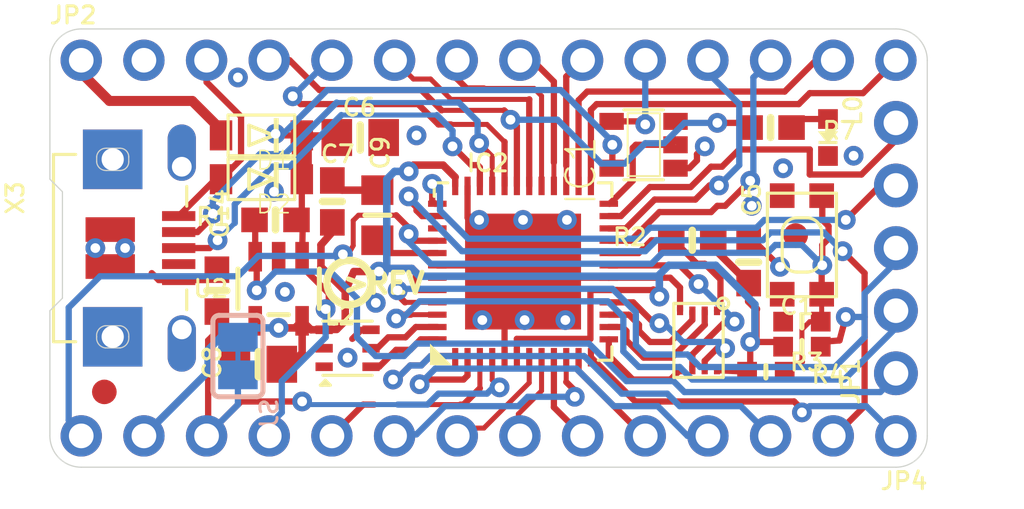
<source format=kicad_pcb>
(kicad_pcb (version 20211014) (generator pcbnew)
  (layers (0 "F.Cu" signal) (1 "In1.Cu" signal) (2 "In2.Cu" signal) (31 "B.Cu" signal) (34 "B.Paste" user) (35 "F.Paste" user) (36 "B.SilkS" user "B.Silkscreen") (37 "F.SilkS" user "F.Silkscreen") (38 "B.Mask" user) (39 "F.Mask" user) (44 "Edge.Cuts" user))
  (net 0 "")
  (net 1 "GND")
  (net 2 "MOSI")
  (net 3 "MISO")
  (net 4 "SCK")
  (net 5 "A5")
  (net 6 "A4")
  (net 7 "A3")
  (net 8 "A2")
  (net 9 "A1")
  (net 10 "D11")
  (net 11 "D12")
  (net 12 "+3V3")
  (net 13 "VBUS")
  (net 14 "VBAT")
  (net 15 "N$2")
  (net 16 "AREF")
  (net 17 "D13")
  (net 18 "A0")
  (net 19 "SCL")
  (net 20 "SDA")
  (net 21 "D9")
  (net 22 "D7")
  (net 23 "D5")
  (net 24 "D4")
  (net 25 "TX_D1")
  (net 26 "RX_D0")
  (net 27 "D10")
  (net 28 "D+")
  (net 29 "D-")
  (net 30 "~{RESET}")
  (net 31 "SWCLK")
  (net 32 "SWDIO")
  (net 33 "EN")
  (net 34 "D3")
  (net 35 "D2")
  (net 36 "VHI")
  (net 37 "D5_5V")
  (net 38 "VSW")
  (net 39 "DOTSTAR_DATA")
  (net 40 "DOTSTAR_CLK")
  (net 41 "VDDCORE")
  (net 42 "QSPI_DATA[0]")
  (net 43 "QSPI_DATA[1]")
  (net 44 "QSPI_SCK")
  (net 45 "QSPI_CS")
  (net 46 "QSPI_DATA[2]")
  (net 47 "QSPI_DATA[3]")
  (footprint "boardEagle:1X14_ROUND70" (layer "F.Cu") (at 148.5011 112.6236 180)
    (fp_text reference "JP4")
    (fp_text value "")
  )
  (footprint "boardEagle:0603-NO" (layer "F.Cu") (at 159.0421 105.5751 90)
    (fp_text reference "C5")
    (fp_text value "1uF")
  )
  (footprint "boardEagle:0603-NO" (layer "F.Cu") (at 159.9311 100.1141)
    (fp_text reference "R7")
    (fp_text value "2.2K")
  )
  (footprint "boardEagle:0603-NO" (layer "F.Cu") (at 139.8651 103.8606 180)
    (fp_text reference "R1")
    (fp_text value "100k")
  )
  (footprint "boardEagle:_0603MP" (layer "F.Cu") (at 161.2011 107.9881)
    (fp_text reference "C1")
    (fp_text value "1uF")
  )
  (footprint "boardEagle:ITSYM4_TOP" (layer "F.Cu") (at 130.7211 113.8936)
    (fp_text reference "U$4" hide)
    (fp_text value "" hide)
  )
  (footprint "boardEagle:SOD-123FL" (layer "F.Cu") (at 139.2936 102.2096 180)
    (fp_text reference "D2")
    (fp_text value "MBR120")
  )
  (footprint "boardEagle:0603-NO" (layer "F.Cu") (at 142.1681 103.1111 90)
    (fp_text reference "C7")
    (fp_text value "1uF")
  )
  (footprint "boardEagle:SOT23-5" (layer "F.Cu") (at 139.9921 106.6546 180)
    (fp_text reference "U2")
    (fp_text value "AP2112K-3.3")
  )
  (footprint "boardEagle:0805-NO" (layer "F.Cu") (at 139.1701 109.7176 180)
    (fp_text reference "C8")
    (fp_text value "10µF")
  )
  (footprint "boardEagle:_0603MP" (layer "F.Cu") (at 161.2011 109.0041 180)
    (fp_text reference "R3")
    (fp_text value "2.2K")
  )
  (footprint "boardEagle:PCBFEAT-REV-040" (layer "F.Cu") (at 142.8496 106.4006)
    (fp_text reference "U$6" hide)
    (fp_text value "" hide)
  )
  (footprint "boardEagle:FIDUCIAL_1MM" (layer "F.Cu") (at 160.9471 104.4956 -90)
    (fp_text reference "U$34" hide)
    (fp_text value "FIDUCIAL_1MM" hide)
  )
  (footprint "boardEagle:1X14_ROUND70" (layer "F.Cu") (at 148.5011 97.3836)
    (fp_text reference "JP2")
    (fp_text value "")
  )
  (footprint "boardEagle:TQFN48_7MM" (layer "F.Cu") (at 149.8981 105.9561)
    (fp_text reference "IC2")
    (fp_text value "ATSAMD51G_TQFN48")
  )
  (footprint "boardEagle:1X05_ROUND_70" (layer "F.Cu") (at 165.0111 105.0036 90)
    (fp_text reference "JP1")
    (fp_text value "")
  )
  (footprint "boardEagle:_0603MP" (layer "F.Cu") (at 159.7406 110.0201)
    (fp_text reference "R4")
    (fp_text value "10K")
  )
  (footprint "boardEagle:_0805MP" (layer "F.Cu") (at 143.9926 103.6701 90)
    (fp_text reference "C9")
    (fp_text value "10uF")
  )
  (footprint "boardEagle:CHIPLED_0603_NOOUTLINE" (layer "F.Cu") (at 162.2571 100.5171 180)
    (fp_text reference "L0")
    (fp_text value "RED")
  )
  (footprint "boardEagle:0603-NO" (layer "F.Cu") (at 156.7561 104.6861 180)
    (fp_text reference "R2")
    (fp_text value "100k")
  )
  (footprint "boardEagle:FIDUCIAL_1MM" (layer "F.Cu") (at 132.9273 110.8386 -90)
    (fp_text reference "U$35" hide)
    (fp_text value "FIDUCIAL_1MM" hide)
  )
  (footprint "boardEagle:SOD-123FL" (layer "F.Cu") (at 139.2936 100.4316 180)
    (fp_text reference "D1")
    (fp_text value "MBR120")
  )
  (footprint "boardEagle:APA102_2020" (layer "F.Cu") (at 142.7861 109.0676)
    (fp_text reference "L2")
    (fp_text value "AP102-2020")
  )
  (footprint "boardEagle:0805-NO" (layer "F.Cu") (at 143.2991 100.5186)
    (fp_text reference "C6")
    (fp_text value "10µF")
  )
  (footprint "boardEagle:4UCONN_20329_V2" (layer "F.Cu") (at 135.1661 105.0036 -90)
    (fp_text reference "X3")
    (fp_text value "microUSB")
    (fp_line (start 4.05 1.6) (end 4.05 2.2) (layer "Edge.Cuts") (width 0.05))
    (fp_line (start -3.7 1.25) (end -3.5 1.25) (layer "Edge.Cuts") (width 0.05))
    (fp_line (start -3.15 1.6) (end -3.15 2.15) (layer "Edge.Cuts") (width 0.05))
    (fp_line (start -3.5 2.55) (end -3.7 2.55) (layer "Edge.Cuts") (width 0.05))
    (fp_line (start -4.05 2.15) (end -4.05 1.6) (layer "Edge.Cuts") (width 0.05))
    (fp_line (start 3.15 2.2) (end 3.15 1.6) (layer "Edge.Cuts") (width 0.05))
    (fp_arc (start -4.05 1.6) (mid -3.947487 1.352513) (end -3.7 1.25) (layer "Edge.Cuts") (width 0.05))
    (fp_arc (start 3.6 2.55) (mid 3.302513 2.468198) (end 3.15 2.2) (layer "Edge.Cuts") (width 0.05))
    (fp_arc (start 3.6 1.25) (mid 3.897487 1.331802) (end 4.05 1.6) (layer "Edge.Cuts") (width 0.05))
    (fp_arc (start -3.5 1.25) (mid -3.252513 1.352513) (end -3.15 1.6) (layer "Edge.Cuts") (width 0.05))
    (fp_arc (start -3.7 2.55) (mid -3.957843 2.422487) (end -4.05 2.15) (layer "Edge.Cuts") (width 0.05))
    (fp_arc (start 4.05 2.2) (mid 3.897487 2.468198) (end 3.6 2.55) (layer "Edge.Cuts") (width 0.05))
    (fp_arc (start 3.15 1.6) (mid 3.302513 1.331802) (end 3.6 1.25) (layer "Edge.Cuts") (width 0.05))
    (fp_arc (start -3.15 2.15) (mid -3.242157 2.422487) (end -3.5 2.55) (layer "Edge.Cuts") (width 0.05))
  )
  (footprint "boardEagle:0603-NO" (layer "F.Cu") (at 137.489006 106.7308 90)
    (fp_text reference "C14")
    (fp_text value "1uF")
  )
  (footprint "boardEagle:SOT23-5" (layer "F.Cu") (at 154.7876 100.8126 90)
    (fp_text reference "IC1")
    (fp_text value "74HCT1G125DBV")
  )
  (footprint "boardEagle:KMR2" (layer "F.Cu") (at 161.2011 104.8766 -90)
    (fp_text reference "SW1" hide)
    (fp_text value "SPST_TACT-KMR2" hide)
  )
  (footprint "boardEagle:USON8" (layer "F.Cu") (at 157.0101 108.7501 -90)
    (fp_text reference "U1" hide)
    (fp_text value "GD25x16" hide)
  )
  (footprint "boardEagle:SOLDERJUMPER_CLOSEDWIRE" (layer "B.Cu") (at 138.3411 109.3851 90)
    (fp_text reference "SJ1")
    (fp_text value "")
  )
  (footprint "boardEagle:ITSYM4_BOT" (layer "B.Cu") (at 166.2811 113.8936 180)
    (fp_text reference "U$5" hide)
    (fp_text value "" hide)
  )
  (gr_line (start 131.2291 102.7176) (end 131.2291 107.0356) (layer "Edge.Cuts") (width 0.05))
  (gr_line (start 130.7211 107.5436) (end 130.7211 112.6236) (layer "Edge.Cuts") (width 0.05))
  (gr_arc (start 166.2811 112.6236) (mid 165.909126 113.521626) (end 165.0111 113.8936) (layer "Edge.Cuts") (width 0.05))
  (gr_line (start 130.7211 97.3836) (end 130.7211 102.2096) (layer "Edge.Cuts") (width 0.05))
  (gr_line (start 130.7211 102.2096) (end 131.2291 102.7176) (layer "Edge.Cuts") (width 0.05))
  (gr_arc (start 131.9911 113.8936) (mid 131.093074 113.521626) (end 130.7211 112.6236) (layer "Edge.Cuts") (width 0.05))
  (gr_arc (start 165.0111 96.1136) (mid 165.909126 96.485574) (end 166.2811 97.3836) (layer "Edge.Cuts") (width 0.05))
  (gr_line (start 131.2291 107.0356) (end 130.7211 107.5436) (layer "Edge.Cuts") (width 0.05))
  (gr_line (start 166.2811 112.6236) (end 166.2811 97.3836) (layer "Edge.Cuts") (width 0.05))
  (gr_line (start 131.9911 113.8936) (end 165.0111 113.8936) (layer "Edge.Cuts") (width 0.05))
  (gr_line (start 165.0111 96.1136) (end 131.9911 96.1136) (layer "Edge.Cuts") (width 0.05))
  (gr_arc (start 130.7211 97.3836) (mid 131.093074 96.485574) (end 131.9911 96.1136) (layer "Edge.Cuts") (width 0.05))
  (segment (start 142.5611 102.6541) (end 143.9926 102.6541) (width 0.3048) (layer "F.Cu") (net 1))
  (segment (start 151.4261 106.2061) (end 150.1481 106.2061) (width 0.254) (layer "F.Cu") (net 1))
  (segment (start 148.1796 105.7061) (end 149.6481 105.7061) (width 0.254) (layer "F.Cu") (net 1))
  (segment (start 156.0776 101.7626) (end 156.6316 101.7626) (width 0.254) (layer "F.Cu") (net 1))
  (segment (start 153.3731 106.2061) (end 151.4261 106.2061) (width 0.254) (layer "F.Cu") (net 1))
  (segment (start 156.6316 101.7626) (end 156.9466 101.4476) (width 0.254) (layer "F.Cu") (net 1))
  (segment (start 149.1481 107.6826) (end 149.1361 107.6706) (width 0.254) (layer "F.Cu") (net 1))
  (segment (start 156.2601 106.6031) (end 156.2601 107.5501) (width 0.254) (layer "F.Cu") (net 1))
  (segment (start 143.7361 108.3176) (end 143.3456 108.3176) (width 0.254) (layer "F.Cu") (net 1))
  (segment (start 150.1481 106.2061) (end 149.8981 105.9561) (width 0.254) (layer "F.Cu") (net 1))
  (segment (start 142.1681 102.2611) (end 142.5611 102.6541) (width 0.3048) (layer "F.Cu") (net 1))
  (segment (start 149.1481 106.7061) (end 149.8981 105.9561) (width 0.254) (layer "F.Cu") (net 1))
  (segment (start 153.3731 106.2061) (end 155.8631 106.2061) (width 0.254) (layer "F.Cu") (net 1))
  (segment (start 149.1481 107.6826) (end 149.1481 106.7061) (width 0.254) (layer "F.Cu") (net 1))
  (segment (start 148.0566 104.1146) (end 149.8981 105.9561) (width 0.254) (layer "F.Cu") (net 1))
  (segment (start 156.9466 101.1936) (end 157.2641 100.8761) (width 0.254) (layer "F.Cu") (net 1))
  (segment (start 147.6481 102.4811) (end 147.6481 103.7696) (width 0.254) (layer "F.Cu") (net 1))
  (segment (start 148.1796 105.7061) (end 148.1836 105.7021) (width 0.254) (layer "F.Cu") (net 1))
  (segment (start 155.8631 106.2061) (end 156.2601 106.6031) (width 0.254) (layer "F.Cu") (net 1))
  (segment (start 147.6481 103.7696) (end 147.9931 104.1146) (width 0.254) (layer "F.Cu") (net 1))
  (segment (start 137.066206 106.3036) (end 137.489006 105.8808) (width 0.254) (layer "F.Cu") (net 1))
  (segment (start 146.4231 105.7061) (end 148.1796 105.7061) (width 0.254) (layer "F.Cu") (net 1))
  (segment (start 135.9411 106.3036) (end 137.066206 106.3036) (width 0.254) (layer "F.Cu") (net 1))
  (segment (start 147.9931 104.1146) (end 148.0566 104.1146) (width 0.254) (layer "F.Cu") (net 1))
  (segment (start 143.3456 108.3176) (end 142.9766 108.6866) (width 0.254) (layer "F.Cu") (net 1))
  (segment (start 156.9466 101.4476) (end 156.9466 101.1936) (width 0.254) (layer "F.Cu") (net 1))
  (segment (start 149.1481 109.4311) (end 149.1481 107.6826) (width 0.254) (layer "F.Cu") (net 1))
  (segment (start 159.2716 104.7251) (end 160.0581 105.5116) (width 0.254) (layer "F.Cu") (net 1))
  (segment (start 135.1326 106.3036) (end 134.8486 106.0196) (width 0.254) (layer "F.Cu") (net 1))
  (segment (start 151.4261 106.2061) (end 151.4221 106.2101) (width 0.254) (layer "F.Cu") (net 1))
  (segment (start 135.9411 106.3036) (end 135.1326 106.3036) (width 0.254) (layer "F.Cu") (net 1))
  (segment (start 159.0421 104.7251) (end 159.2716 104.7251) (width 0.254) (layer "F.Cu") (net 1))
  (segment (start 149.6481 105.7061) (end 149.8981 105.9561) (width 0.254) (layer "F.Cu") (net 1))
  (via (at 140.2461 106.7816) (size 0.8001) (drill 0.3937) (layers "F.Cu" "B.Cu") (net 1))
  (via (at 143.9291 107.2261) (size 0.8001) (drill 0.3937) (layers "F.Cu" "B.Cu") (net 1))
  (via (at 148.2471 107.9246) (size 0.8001) (drill 0.3937) (layers "F.Cu" "B.Cu") (net 1))
  (via (at 149.9616 107.9246) (size 0.8001) (drill 0.3937) (layers "F.Cu" "B.Cu") (net 1))
  (via (at 138.3411 98.0821) (size 0.8001) (drill 0.3937) (layers "F.Cu" "B.Cu") (net 1))
  (via (at 133.7691 105.0036) (size 0.8001) (drill 0.3937) (layers "F.Cu" "B.Cu") (net 1))
  (via (at 139.8016 102.7176) (size 0.8001) (drill 0.3937) (layers "F.Cu" "B.Cu") (net 1))
  (via (at 151.6761 103.8606) (size 0.8001) (drill 0.3937) (layers "F.Cu" "B.Cu") (net 1))
  (via (at 142.7861 109.4486) (size 0.8001) (drill 0.3937) (layers "F.Cu" "B.Cu") (net 1))
  (via (at 160.3121 105.7656) (size 0.8001) (drill 0.3937) (layers "F.Cu" "B.Cu") (net 1))
  (via (at 145.5801 100.4316) (size 0.8001) (drill 0.3937) (layers "F.Cu" "B.Cu") (net 1))
  (via (at 157.2641 100.8761) (size 0.8001) (drill 0.3937) (layers "F.Cu" "B.Cu") (net 1))
  (via (at 163.2966 101.2571) (size 0.8001) (drill 0.3937) (layers "F.Cu" "B.Cu") (net 1))
  (via (at 132.5626 105.0036) (size 0.8001) (drill 0.3937) (layers "F.Cu" "B.Cu") (net 1))
  (via (at 160.4391 101.7651) (size 0.8001) (drill 0.3937) (layers "F.Cu" "B.Cu") (net 1))
  (via (at 151.6126 107.9246) (size 0.8001) (drill 0.3937) (layers "F.Cu" "B.Cu") (net 1))
  (via (at 149.8981 103.8606) (size 0.8001) (drill 0.3937) (layers "F.Cu" "B.Cu") (net 1))
  (via (at 148.1201 103.8606) (size 0.8001) (drill 0.3937) (layers "F.Cu" "B.Cu") (net 1))
  (via (at 159.1691 103.2891) (size 0.8001) (drill 0.3937) (layers "F.Cu" "B.Cu") (net 1))
  (segment (start 146.1516 109.3851) (end 147.1021 109.3851) (width 0.254) (layer "F.Cu") (net 2))
  (segment (start 144.6276 110.3376) (end 144.7546 110.3376) (width 0.254) (layer "F.Cu") (net 2))
  (segment (start 145.3261 109.7661) (end 145.7706 109.7661) (width 0.254) (layer "F.Cu") (net 2))
  (segment (start 144.7546 110.3376) (end 145.3261 109.7661) (width 0.254) (layer "F.Cu") (net 2))
  (segment (start 147.1021 109.3851) (end 147.1481 109.4311) (width 0.254) (layer "F.Cu") (net 2))
  (segment (start 145.7706 109.7661) (end 146.1516 109.3851) (width 0.254) (layer "F.Cu") (net 2))
  (via (at 144.6276 110.3376) (size 0.8001) (drill 0.3937) (layers "F.Cu" "B.Cu") (net 2))
  (segment (start 152.3746 109.3851) (end 153.8986 110.9091) (width 0.254) (layer "B.Cu") (net 2))
  (segment (start 145.7706 109.7661) (end 146.1516 109.3851) (width 0.254) (layer "B.Cu") (net 2))
  (segment (start 153.8986 110.9091) (end 155.7401 110.9091) (width 0.254) (layer "B.Cu") (net 2))
  (segment (start 144.7546 110.3376) (end 145.3261 109.7661) (width 0.254) (layer "B.Cu") (net 2))
  (segment (start 145.3261 109.7661) (end 145.7706 109.7661) (width 0.254) (layer "B.Cu") (net 2))
  (segment (start 158.7246 111.4171) (end 159.9311 112.6236) (width 0.254) (layer "B.Cu") (net 2))
  (segment (start 144.6276 110.3376) (end 144.7546 110.3376) (width 0.254) (layer "B.Cu") (net 2))
  (segment (start 146.1516 109.3851) (end 152.3746 109.3851) (width 0.254) (layer "B.Cu") (net 2))
  (segment (start 155.7401 110.9091) (end 156.2481 111.4171) (width 0.254) (layer "B.Cu") (net 2))
  (segment (start 156.2481 111.4171) (end 158.7246 111.4171) (width 0.254) (layer "B.Cu") (net 2))
  (segment (start 163.7411 106.0196) (end 163.7411 111.4171) (width 0.254) (layer "F.Cu") (net 3))
  (segment (start 145.5801 103.3526) (end 145.1991 102.9716) (width 0.254) (layer "F.Cu") (net 3))
  (segment (start 145.1991 102.9716) (end 145.2626 102.9081) (width 0.254) (layer "F.Cu") (net 3))
  (segment (start 162.5346 112.6236) (end 162.4711 112.6236) (width 0.254) (layer "F.Cu") (net 3))
  (segment (start 145.5801 103.4796) (end 145.5801 103.3526) (width 0.254) (layer "F.Cu") (net 3))
  (segment (start 162.8521 105.1306) (end 163.7411 106.0196) (width 0.254) (layer "F.Cu") (net 3))
  (segment (start 145.8066 103.7061) (end 145.5801 103.4796) (width 0.254) (layer "F.Cu") (net 3))
  (segment (start 163.7411 111.4171) (end 162.5346 112.6236) (width 0.254) (layer "F.Cu") (net 3))
  (segment (start 146.4231 103.7061) (end 145.8066 103.7061) (width 0.254) (layer "F.Cu") (net 3))
  (via (at 145.2626 102.9081) (size 0.8001) (drill 0.3937) (layers "F.Cu" "B.Cu") (net 3))
  (via (at 162.8521 105.1306) (size 0.8001) (drill 0.3937) (layers "F.Cu" "B.Cu") (net 3))
  (segment (start 155.2956 104.6861) (end 159.6136 104.6861) (width 0.254) (layer "B.Cu") (net 3))
  (segment (start 147.4216 105.1306) (end 154.8511 105.1306) (width 0.254) (layer "B.Cu") (net 3))
  (segment (start 159.6136 104.6861) (end 159.9311 104.3686) (width 0.254) (layer "B.Cu") (net 3))
  (segment (start 145.2626 102.9081) (end 147.4216 105.1306) (width 0.254) (layer "B.Cu") (net 3))
  (segment (start 154.8511 105.1306) (end 155.2956 104.6861) (width 0.254) (layer "B.Cu") (net 3))
  (segment (start 162.0901 104.3686) (end 162.8521 105.1306) (width 0.254) (layer "B.Cu") (net 3))
  (segment (start 159.9311 104.3686) (end 162.0901 104.3686) (width 0.254) (layer "B.Cu") (net 3))
  (segment (start 147.6481 109.4311) (end 147.6481 110.1746) (width 0.254) (layer "F.Cu") (net 4))
  (segment (start 145.8976 110.3376) (end 145.7071 110.5281) (width 0.254) (layer "F.Cu") (net 4))
  (segment (start 147.4851 110.3376) (end 145.8976 110.3376) (width 0.254) (layer "F.Cu") (net 4))
  (segment (start 147.6481 110.1746) (end 147.4851 110.3376) (width 0.254) (layer "F.Cu") (net 4))
  (via (at 145.7071 110.5281) (size 0.8001) (drill 0.3937) (layers "F.Cu" "B.Cu") (net 4))
  (segment (start 153.5811 111.4171) (end 155.3591 111.4171) (width 0.254) (layer "B.Cu") (net 4))
  (segment (start 146.3421 109.8931) (end 152.0571 109.8931) (width 0.254) (layer "B.Cu") (net 4))
  (segment (start 156.5656 112.6236) (end 157.3911 112.6236) (width 0.254) (layer "B.Cu") (net 4))
  (segment (start 155.3591 111.4171) (end 156.5656 112.6236) (width 0.254) (layer "B.Cu") (net 4))
  (segment (start 152.0571 109.8931) (end 153.5811 111.4171) (width 0.254) (layer "B.Cu") (net 4))
  (segment (start 145.7071 110.5281) (end 146.3421 109.8931) (width 0.254) (layer "B.Cu") (net 4))
  (segment (start 152.1481 109.9841) (end 154.7876 112.6236) (width 0.254) (layer "F.Cu") (net 5))
  (segment (start 154.7876 112.6236) (end 154.8511 112.6236) (width 0.254) (layer "F.Cu") (net 5))
  (segment (start 152.1481 109.4311) (end 152.1481 109.9841) (width 0.254) (layer "F.Cu") (net 5))
  (segment (start 151.1481 109.4311) (end 151.1481 111.4606) (width 0.254) (layer "F.Cu") (net 6))
  (segment (start 151.1481 111.4606) (end 152.3111 112.6236) (width 0.254) (layer "F.Cu") (net 6))
  (segment (start 150.6481 110.7941) (end 149.7076 111.7346) (width 0.2032) (layer "F.Cu") (net 7))
  (segment (start 150.6481 109.4311) (end 150.6481 110.7941) (width 0.2032) (layer "F.Cu") (net 7))
  (segment (start 149.7076 112.5601) (end 149.7711 112.6236) (width 0.2032) (layer "F.Cu") (net 7))
  (segment (start 149.7076 111.7346) (end 149.7076 112.5601) (width 0.2032) (layer "F.Cu") (net 7))
  (segment (start 147.5486 112.3061) (end 147.2311 112.6236) (width 0.2032) (layer "F.Cu") (net 8))
  (segment (start 150.1481 110.4686) (end 148.3106 112.3061) (width 0.2032) (layer "F.Cu") (net 8))
  (segment (start 150.1481 109.4311) (end 150.1481 110.4686) (width 0.2032) (layer "F.Cu") (net 8))
  (segment (start 148.3106 112.3061) (end 147.5486 112.3061) (width 0.2032) (layer "F.Cu") (net 8))
  (segment (start 151.6481 110.4366) (end 151.9936 110.7821) (width 0.254) (layer "F.Cu") (net 9))
  (segment (start 151.9936 110.7821) (end 151.9936 111.0361) (width 0.254) (layer "F.Cu") (net 9))
  (segment (start 151.6481 109.4311) (end 151.6481 110.4366) (width 0.2032) (layer "F.Cu") (net 9))
  (via (at 151.9936 111.0361) (size 0.8001) (drill 0.3937) (layers "F.Cu" "B.Cu") (net 9))
  (segment (start 149.7076 111.4171) (end 146.7231 111.4171) (width 0.254) (layer "B.Cu") (net 9))
  (segment (start 145.5801 112.5601) (end 144.7546 112.5601) (width 0.254) (layer "B.Cu") (net 9))
  (segment (start 144.7546 112.5601) (end 144.6911 112.6236) (width 0.254) (layer "B.Cu") (net 9))
  (segment (start 146.7231 111.4171) (end 145.5801 112.5601) (width 0.254) (layer "B.Cu") (net 9))
  (segment (start 150.0886 111.0361) (end 151.9936 111.0361) (width 0.254) (layer "B.Cu") (net 9))
  (segment (start 149.7076 111.4171) (end 150.0886 111.0361) (width 0.254) (layer "B.Cu") (net 9))
  (segment (start 146.9771 98.9711) (end 146.1516 98.1456) (width 0.2032) (layer "F.Cu") (net 10))
  (segment (start 150.1481 102.4811) (end 150.1481 98.9711) (width 0.254) (layer "F.Cu") (net 10))
  (segment (start 150.1481 98.9711) (end 150.1521 98.9711) (width 0.254) (layer "F.Cu") (net 10))
  (segment (start 150.1521 98.9711) (end 146.9771 98.9711) (width 0.2032) (layer "F.Cu") (net 10))
  (segment (start 146.1516 98.1456) (end 145.4531 98.1456) (width 0.2032) (layer "F.Cu") (net 10))
  (segment (start 145.4531 98.1456) (end 144.6911 97.3836) (width 0.2032) (layer "F.Cu") (net 10))
  (segment (start 148.4376 99.9871) (end 146.9771 99.9871) (width 0.2032) (layer "F.Cu") (net 11))
  (segment (start 149.1401 100.6896) (end 149.1481 100.6976) (width 0.254) (layer "F.Cu") (net 11))
  (segment (start 145.6436 99.1616) (end 140.8811 99.1616) (width 0.254) (layer "F.Cu") (net 11))
  (segment (start 146.4691 99.9871) (end 145.6436 99.1616) (width 0.254) (layer "F.Cu") (net 11))
  (segment (start 149.1481 100.6976) (end 149.1481 102.4811) (width 0.254) (layer "F.Cu") (net 11))
  (segment (start 140.8811 99.1616) (end 140.5636 98.8441) (width 0.254) (layer "F.Cu") (net 11))
  (segment (start 149.1401 100.6896) (end 148.4376 99.9871) (width 0.2032) (layer "F.Cu") (net 11))
  (segment (start 146.9771 99.9871) (end 146.4691 99.9871) (width 0.254) (layer "F.Cu") (net 11))
  (via (at 140.5636 98.8441) (size 0.8001) (drill 0.3937) (layers "F.Cu" "B.Cu") (net 11))
  (segment (start 140.5636 98.8441) (end 142.0241 97.3836) (width 0.254) (layer "B.Cu") (net 11))
  (segment (start 142.0241 97.3836) (end 142.1511 97.3836) (width 0.254) (layer "B.Cu") (net 11))
  (segment (start 157.7601 109.9501) (end 157.7666 109.9566) (width 0.254) (layer "F.Cu") (net 12))
  (segment (start 141.7066 105.7656) (end 141.7066 104.8766) (width 0.3048) (layer "F.Cu") (net 12))
  (segment (start 142.6911 106.7501) (end 141.7066 105.7656) (width 0.3048) (layer "F.Cu") (net 12))
  (segment (start 159.3596 108.8136) (end 159.1056 108.8136) (width 0.254) (layer "F.Cu") (net 12))
  (segment (start 142.6911 106.7501) (end 143.0406 105.9561) (width 0.3048) (layer "F.Cu") (net 12))
  (segment (start 145.5801 106.0196) (end 145.3896 105.8291) (width 0.3048) (layer "F.Cu") (net 12))
  (segment (start 143.0406 105.9561) (end 144.0561 105.9561) (width 0.3048) (layer "F.Cu") (net 12))
  (segment (start 142.1681 104.3516) (end 142.1681 103.9611) (width 0.3048) (layer "F.Cu") (net 12))
  (segment (start 141.8481 108.3056) (end 141.8361 108.3176) (width 0.254) (layer "F.Cu") (net 12))
  (segment (start 140.4851 109.7176) (end 140.9446 109.2581) (width 0.3048) (layer "F.Cu") (net 12))
  (segment (start 144.1831 105.8291) (end 144.0561 105.9561) (width 0.3048) (layer "F.Cu") (net 12))
  (segment (start 141.8361 108.3176) (end 141.305 108.3176) (width 0.3048) (layer "F.Cu") (net 12))
  (segment (start 157.6061 104.6861) (end 157.6696 105.0526) (width 0.3048) (layer "F.Cu") (net 12))
  (segment (start 159.1056 109.7906) (end 159.1056 108.8136) (width 0.254) (layer "F.Cu") (net 12))
  (segment (start 155.4226 106.9481) (end 155.4226 106.9721) (width 0.254) (layer "F.Cu") (net 12))
  (segment (start 146.4231 106.7061) (end 145.6316 106.7061) (width 0.254) (layer "F.Cu") (net 12))
  (segment (start 140.9446 107.9572) (end 140.9421 107.9547) (width 0.254) (layer "F.Cu") (net 12))
  (segment (start 158.9786 110.0201) (end 159.1056 109.7906) (width 0.254) (layer "F.Cu") (net 12))
  (segment (start 159.3596 107.4801) (end 159.3596 108.8136) (width 0.254) (layer "F.Cu") (net 12))
  (segment (start 140.9446 109.2581) (end 140.9446 107.9572) (width 0.3048) (layer "F.Cu") (net 12))
  (segment (start 140.912 107.9246) (end 140.9421 107.9547) (width 0.254) (layer "F.Cu") (net 12))
  (segment (start 155.1806 106.7061) (end 155.4226 106.9481) (width 0.3048) (layer "F.Cu") (net 12))
  (segment (start 141.305 108.3176) (end 140.9421 107.9547) (width 0.3048) (layer "F.Cu") (net 12))
  (segment (start 149.6481 108.6866) (end 152.6286 108.6866) (width 0.254) (layer "F.Cu") (net 12))
  (segment (start 141.7066 104.8766) (end 142.1681 104.3516) (width 0.3048) (layer "F.Cu") (net 12))
  (segment (start 139.9921 108.2421) (end 140.6547 108.2421) (width 0.3048) (layer "F.Cu") (net 12))
  (segment (start 142.6911 106.7501) (end 142.6911 107.9561) (width 0.3048) (layer "F.Cu") (net 12))
  (segment (start 140.6547 108.2421) (end 140.9421 107.9547) (width 0.3048) (layer "F.Cu") (net 12))
  (segment (start 145.6316 106.7061) (end 145.5801 106.6546) (width 0.254) (layer "F.Cu") (net 12))
  (segment (start 159.0421 107.1626) (end 159.0421 106.4251) (width 0.3048) (layer "F.Cu") (net 12))
  (segment (start 160.2241 108.8136) (end 159.1056 108.8136) (width 0.254) (layer "F.Cu") (net 12))
  (segment (start 149.6481 109.4311) (end 149.6481 108.6866) (width 0.254) (layer "F.Cu") (net 12))
  (segment (start 146.6596 101.6381) (end 145.4531 101.6381) (width 0.3048) (layer "F.Cu") (net 12))
  (segment (start 160.4391 109.0041) (end 160.2241 108.8136) (width 0.254) (layer "F.Cu") (net 12))
  (segment (start 159.3596 107.4801) (end 159.0421 107.1626) (width 0.3048) (layer "F.Cu") (net 12))
  (segment (start 140.1201 109.7176) (end 140.4851 109.7176) (width 0.3048) (layer "F.Cu") (net 12))
  (segment (start 152.6286 106.7181) (end 152.6406 106.7061) (width 0.254) (layer "F.Cu") (net 12))
  (segment (start 142.6911 107.9561) (end 142.3416 108.3056) (width 0.3048) (layer "F.Cu") (net 12))
  (segment (start 152.6406 106.7061) (end 153.3731 106.7061) (width 0.254) (layer "F.Cu") (net 12))
  (segment (start 157.7666 109.9566) (end 158.9786 110.0201) (width 0.254) (layer "F.Cu") (net 12))
  (segment (start 145.3896 105.8291) (end 144.1831 105.8291) (width 0.3048) (layer "F.Cu") (net 12))
  (segment (start 146.6596 101.6381) (end 147.1481 102.1266) (width 0.3048) (layer "F.Cu") (net 12))
  (segment (start 145.4531 101.6381) (end 145.2626 101.8921) (width 0.3048) (layer "F.Cu") (net 12))
  (segment (start 153.3731 106.7061) (end 155.1806 106.7061) (width 0.254) (layer "F.Cu") (net 12))
  (segment (start 145.5801 106.6546) (end 145.5801 106.0196) (width 0.3048) (layer "F.Cu") (net 12))
  (segment (start 147.1481 102.1266) (end 147.1481 102.4811) (width 0.254) (layer "F.Cu") (net 12))
  (segment (start 152.6286 108.6866) (end 152.6286 106.7181) (width 0.254) (layer "F.Cu") (net 12))
  (segment (start 142.3416 108.3056) (end 141.8481 108.3056) (width 0.3048) (layer "F.Cu") (net 12))
  (segment (start 157.6696 105.0526) (end 159.0421 106.4251) (width 0.3048) (layer "F.Cu") (net 12))
  (via (at 155.4226 106.9721) (size 0.8001) (drill 0.3937) (layers "F.Cu" "B.Cu") (net 12))
  (via (at 139.9921 108.2421) (size 0.8001) (drill 0.3937) (layers "F.Cu" "B.Cu") (net 12))
  (via (at 144.0561 105.9561) (size 0.8001) (drill 0.3937) (layers "F.Cu" "B.Cu") (net 12))
  (via (at 145.2626 101.8921) (size 0.8001) (drill 0.3937) (layers "F.Cu" "B.Cu") (net 12))
  (via (at 159.1056 108.8136) (size 0.8001) (drill 0.3937) (layers "F.Cu" "B.Cu") (net 12))
  (segment (start 144.6911 101.8921) (end 145.2626 101.8921) (width 0.3048) (layer "B.Cu") (net 12))
  (segment (start 145.3896 105.8291) (end 145.7071 106.1466) (width 0.3048) (layer "B.Cu") (net 12))
  (segment (start 144.3736 105.6386) (end 144.3736 102.2096) (width 0.3048) (layer "B.Cu") (net 12))
  (segment (start 155.4226 106.9721) (end 155.4226 106.2101) (width 0.3048) (layer "B.Cu") (net 12))
  (segment (start 145.3896 105.8291) (end 144.1831 105.8291) (width 0.3048) (layer "B.Cu") (net 12))
  (segment (start 137.1346 109.1311) (end 137.6426 108.6231) (width 0.3048) (layer "B.Cu") (net 12))
  (segment (start 137.1346 110.0201) (end 137.1346 109.1311) (width 0.3048) (layer "B.Cu") (net 12))
  (segment (start 145.7071 106.1466) (end 155.3591 106.1466) (width 0.3048) (layer "B.Cu") (net 12))
  (segment (start 134.5311 112.6236) (end 137.1346 110.0201) (width 0.3048) (layer "B.Cu") (net 12))
  (segment (start 138.7221 108.2421) (end 139.9921 108.2421) (width 0.3048) (layer "B.Cu") (net 12))
  (segment (start 144.3736 102.2096) (end 144.6911 101.8921) (width 0.3048) (layer "B.Cu") (net 12))
  (segment (start 137.6426 108.6231) (end 138.3411 108.6231) (width 0.3048) (layer "B.Cu") (net 12))
  (segment (start 155.4226 106.2101) (end 155.3591 106.1466) (width 0.254) (layer "B.Cu") (net 12))
  (segment (start 138.3411 108.6231) (end 138.7221 108.2421) (width 0.3048) (layer "B.Cu") (net 12))
  (segment (start 144.1831 105.8291) (end 144.0561 105.9561) (width 0.3048) (layer "B.Cu") (net 12))
  (segment (start 155.8036 105.7021) (end 155.3591 106.1466) (width 0.3048) (layer "B.Cu") (net 12))
  (segment (start 159.2961 108.6231) (end 159.1056 108.8136) (width 0.3048) (layer "B.Cu") (net 12))
  (segment (start 159.2961 107.2896) (end 159.2961 108.6231) (width 0.3048) (layer "B.Cu") (net 12))
  (segment (start 155.8036 105.7021) (end 157.7086 105.7021) (width 0.3048) (layer "B.Cu") (net 12))
  (segment (start 144.3736 105.6386) (end 144.0561 105.9561) (width 0.254) (layer "B.Cu") (net 12))
  (segment (start 159.2961 107.2896) (end 157.7086 105.7021) (width 0.3048) (layer "B.Cu") (net 12))
  (segment (start 137.4351 102.2096) (end 137.6561 102.2096) (width 0.254) (layer "F.Cu") (net 13))
  (segment (start 137.0711 97.3836) (end 137.0711 98.2726) (width 0.254) (layer "F.Cu") (net 13))
  (segment (start 135.9411 103.7036) (end 137.4351 102.2096) (width 0.254) (layer "F.Cu") (net 13))
  (segment (start 138.4681 101.3976) (end 137.6561 102.2096) (width 0.254) (layer "F.Cu") (net 13))
  (segment (start 138.4681 99.6696) (end 138.4681 101.3976) (width 0.254) (layer "F.Cu") (net 13))
  (segment (start 137.0711 98.2726) (end 138.4681 99.6696) (width 0.254) (layer "F.Cu") (net 13))
  (segment (start 131.9911 97.8916) (end 133.1341 99.0346) (width 0.4064) (layer "F.Cu") (net 14))
  (segment (start 136.4911 99.0346) (end 137.6561 100.1996) (width 0.4064) (layer "F.Cu") (net 14))
  (segment (start 133.1341 99.0346) (end 136.4911 99.0346) (width 0.4064) (layer "F.Cu") (net 14))
  (segment (start 137.6561 100.1996) (end 137.6561 100.4316) (width 0.4064) (layer "F.Cu") (net 14))
  (segment (start 131.9911 97.3836) (end 131.9911 97.8916) (width 0.4064) (layer "F.Cu") (net 14))
  (segment (start 161.1281 99.7671) (end 162.2571 99.7671) (width 0.254) (layer "F.Cu") (net 15))
  (segment (start 160.7811 100.1141) (end 161.1281 99.7671) (width 0.254) (layer "F.Cu") (net 15))
  (segment (start 138.4681 111.2266) (end 137.0711 112.6236) (width 0.254) (layer "F.Cu") (net 16))
  (segment (start 137.489006 107.5808) (end 137.489006 108.395694) (width 0.254) (layer "F.Cu") (net 16))
  (segment (start 148.6481 110.3576) (end 148.9456 110.6551) (width 0.2032) (layer "F.Cu") (net 16))
  (segment (start 137.489006 108.395694) (end 137.1346 108.7501) (width 0.254) (layer "F.Cu") (net 16))
  (segment (start 140.9446 111.2266) (end 138.4681 111.2266) (width 0.254) (layer "F.Cu") (net 16))
  (segment (start 148.6481 109.4311) (end 148.6481 110.3576) (width 0.2032) (layer "F.Cu") (net 16))
  (segment (start 137.1346 108.7501) (end 137.1346 112.5601) (width 0.254) (layer "F.Cu") (net 16))
  (segment (start 137.1346 112.5601) (end 137.0711 112.6236) (width 0.254) (layer "F.Cu") (net 16))
  (via (at 148.9456 110.6551) (size 0.8001) (drill 0.3937) (layers "F.Cu" "B.Cu") (net 16))
  (via (at 140.9446 111.2266) (size 0.8001) (drill 0.3937) (layers "F.Cu" "B.Cu") (net 16))
  (segment (start 144.8181 111.3536) (end 141.2621 111.3536) (width 0.2032) (layer "B.Cu") (net 16))
  (segment (start 146.4691 110.9091) (end 148.4376 110.9091) (width 0.254) (layer "B.Cu") (net 16))
  (segment (start 138.3411 111.3536) (end 138.3411 110.4646) (width 0.254) (layer "B.Cu") (net 16))
  (segment (start 141.1351 111.2266) (end 140.9446 111.2266) (width 0.2032) (layer "B.Cu") (net 16))
  (segment (start 141.2621 111.3536) (end 141.1351 111.2266) (width 0.2032) (layer "B.Cu") (net 16))
  (segment (start 137.0711 112.6236) (end 138.3411 111.3536) (width 0.254) (layer "B.Cu") (net 16))
  (segment (start 144.8181 111.3536) (end 146.0246 111.3536) (width 0.254) (layer "B.Cu") (net 16))
  (segment (start 146.0246 111.3536) (end 146.4691 110.9091) (width 0.254) (layer "B.Cu") (net 16))
  (segment (start 138.3411 110.4646) (end 138.3411 110.1471) (width 0.254) (layer "B.Cu") (net 16))
  (segment (start 148.6916 110.6551) (end 148.9456 110.6551) (width 0.254) (layer "B.Cu") (net 16))
  (segment (start 148.4376 110.9091) (end 148.6916 110.6551) (width 0.254) (layer "B.Cu") (net 16))
  (segment (start 149.6481 100.0546) (end 149.3901 99.7966) (width 0.254) (layer "F.Cu") (net 17))
  (segment (start 158.8906 99.9236) (end 157.7721 99.9236) (width 0.254) (layer "F.Cu") (net 17))
  (segment (start 149.1361 99.4156) (end 146.5961 99.4156) (width 0.2032) (layer "F.Cu") (net 17))
  (segment (start 146.5961 99.4156) (end 145.7706 98.5901) (width 0.254) (layer "F.Cu") (net 17))
  (segment (start 145.7706 98.5901) (end 141.6431 98.5901) (width 0.254) (layer "F.Cu") (net 17))
  (segment (start 140.4366 97.3836) (end 139.6111 97.3836) (width 0.254) (layer "F.Cu") (net 17))
  (segment (start 149.6481 102.4811) (end 149.6481 100.0546) (width 0.254) (layer "F.Cu") (net 17))
  (segment (start 159.0811 100.1141) (end 158.8906 99.9236) (width 0.254) (layer "F.Cu") (net 17))
  (segment (start 141.6431 98.5901) (end 140.4366 97.3836) (width 0.254) (layer "F.Cu") (net 17))
  (segment (start 149.1361 99.4156) (end 149.3901 99.6696) (width 0.254) (layer "F.Cu") (net 17))
  (segment (start 149.3901 99.6696) (end 149.3901 99.7966) (width 0.254) (layer "F.Cu") (net 17))
  (via (at 157.7721 99.9236) (size 0.8001) (drill 0.3937) (layers "F.Cu" "B.Cu") (net 17))
  (via (at 149.3901 99.7966) (size 0.8001) (drill 0.3937) (layers "F.Cu" "B.Cu") (net 17))
  (segment (start 151.2951 99.7966) (end 153.0731 101.5746) (width 0.254) (layer "B.Cu") (net 17))
  (segment (start 153.0731 101.5746) (end 154.0256 101.5746) (width 0.254) (layer "B.Cu") (net 17))
  (segment (start 155.6131 100.7491) (end 156.4386 99.9236) (width 0.254) (layer "B.Cu") (net 17))
  (segment (start 154.0256 101.5746) (end 154.8511 100.7491) (width 0.254) (layer "B.Cu") (net 17))
  (segment (start 156.4386 99.9236) (end 157.7721 99.9236) (width 0.254) (layer "B.Cu") (net 17))
  (segment (start 151.2951 99.7966) (end 149.3901 99.7966) (width 0.254) (layer "B.Cu") (net 17))
  (segment (start 154.8511 100.7491) (end 155.6131 100.7491) (width 0.254) (layer "B.Cu") (net 17))
  (segment (start 148.1481 109.4311) (end 148.1481 110.6906) (width 0.2032) (layer "F.Cu") (net 18))
  (segment (start 143.4211 111.3536) (end 142.1511 112.6236) (width 0.254) (layer "F.Cu") (net 18))
  (segment (start 147.4851 111.3536) (end 147.3581 111.3536) (width 0.254) (layer "F.Cu") (net 18))
  (segment (start 143.8656 111.3536) (end 143.4211 111.3536) (width 0.254) (layer "F.Cu") (net 18))
  (segment (start 148.1481 110.6906) (end 147.4851 111.3536) (width 0.254) (layer "F.Cu") (net 18))
  (segment (start 143.8656 111.3536) (end 147.3581 111.3536) (width 0.2032) (layer "F.Cu") (net 18))
  (segment (start 154.0611 104.2061) (end 155.2321 103.0351) (width 0.254) (layer "F.Cu") (net 19))
  (segment (start 156.8831 103.0351) (end 157.4546 102.4636) (width 0.254) (layer "F.Cu") (net 19))
  (segment (start 155.2321 103.0351) (end 156.8831 103.0351) (width 0.254) (layer "F.Cu") (net 19))
  (segment (start 153.3731 104.2061) (end 154.0611 104.2061) (width 0.254) (layer "F.Cu") (net 19))
  (segment (start 157.4546 102.4636) (end 157.8356 102.4636) (width 0.254) (layer "F.Cu") (net 19))
  (via (at 157.8356 102.4636) (size 0.8001) (drill 0.3937) (layers "F.Cu" "B.Cu") (net 19))
  (segment (start 158.6611 99.1616) (end 157.3276 97.8281) (width 0.254) (layer "B.Cu") (net 19))
  (segment (start 158.6611 101.6381) (end 157.8356 102.4636) (width 0.254) (layer "B.Cu") (net 19))
  (segment (start 158.6611 99.1616) (end 158.6611 101.6381) (width 0.254) (layer "B.Cu") (net 19))
  (segment (start 157.3276 97.4471) (end 157.3911 97.3836) (width 0.254) (layer "B.Cu") (net 19))
  (segment (start 157.3276 97.8281) (end 157.3276 97.4471) (width 0.254) (layer "B.Cu") (net 19))
  (segment (start 157.5181 103.5431) (end 157.7721 103.2891) (width 0.254) (layer "F.Cu") (net 20))
  (segment (start 157.7721 103.2891) (end 158.0896 103.2891) (width 0.254) (layer "F.Cu") (net 20))
  (segment (start 154.2596 104.7061) (end 155.4226 103.5431) (width 0.254) (layer "F.Cu") (net 20))
  (segment (start 158.0896 103.2891) (end 159.1056 102.2731) (width 0.254) (layer "F.Cu") (net 20))
  (segment (start 155.4226 103.5431) (end 157.5181 103.5431) (width 0.254) (layer "F.Cu") (net 20))
  (segment (start 153.3731 104.7061) (end 154.2596 104.7061) (width 0.254) (layer "F.Cu") (net 20))
  (via (at 159.1056 102.2731) (size 0.8001) (drill 0.3937) (layers "F.Cu" "B.Cu") (net 20))
  (segment (start 159.2326 98.0821) (end 159.9311 97.3836) (width 0.254) (layer "B.Cu") (net 20))
  (segment (start 159.2326 98.0821) (end 159.2326 102.1461) (width 0.254) (layer "B.Cu") (net 20))
  (segment (start 159.2326 102.1461) (end 159.1056 102.2731) (width 0.254) (layer "B.Cu") (net 20))
  (segment (start 150.2791 97.3836) (end 149.7711 97.3836) (width 0.254) (layer "F.Cu") (net 21))
  (segment (start 151.1481 102.4811) (end 151.1481 101.5311) (width 0.2032) (layer "F.Cu") (net 21))
  (segment (start 151.1481 98.2526) (end 150.2791 97.3836) (width 0.254) (layer "F.Cu") (net 21))
  (segment (start 151.1481 101.5311) (end 151.1481 98.2526) (width 0.254) (layer "F.Cu") (net 21))
  (segment (start 151.6481 101.6661) (end 151.6481 98.0466) (width 0.254) (layer "F.Cu") (net 22))
  (segment (start 151.6481 98.0466) (end 152.3111 97.3836) (width 0.254) (layer "F.Cu") (net 22))
  (segment (start 151.6481 102.4811) (end 151.6481 101.6661) (width 0.2032) (layer "F.Cu") (net 22))
  (segment (start 153.4101 103.2061) (end 153.3731 103.2061) (width 0.254) (layer "F.Cu") (net 23))
  (segment (start 154.3431 102.2731) (end 154.3431 100.9396) (width 0.254) (layer "F.Cu") (net 23))
  (segment (start 154.4701 100.8126) (end 156.0776 100.8126) (width 0.254) (layer "F.Cu") (net 23))
  (segment (start 154.3431 100.9396) (end 154.4701 100.8126) (width 0.254) (layer "F.Cu") (net 23))
  (segment (start 154.3431 102.2731) (end 153.4101 103.2061) (width 0.254) (layer "F.Cu") (net 23))
  (segment (start 155.0416 102.5271) (end 156.6926 102.5271) (width 0.254) (layer "F.Cu") (net 24))
  (segment (start 165.0111 100.6221) (end 165.0111 99.9236) (width 0.254) (layer "F.Cu") (net 24))
  (segment (start 161.5186 102.0191) (end 163.6141 102.0191) (width 0.254) (layer "F.Cu") (net 24))
  (segment (start 153.8626 103.7061) (end 155.0416 102.5271) (width 0.254) (layer "F.Cu") (net 24))
  (segment (start 157.5181 101.7016) (end 157.9626 101.7016) (width 0.254) (layer "F.Cu") (net 24))
  (segment (start 153.3731 103.7061) (end 153.8626 103.7061) (width 0.254) (layer "F.Cu") (net 24))
  (segment (start 161.5186 101.0031) (end 161.5186 102.0191) (width 0.254) (layer "F.Cu") (net 24))
  (segment (start 163.6141 102.0191) (end 165.0111 100.6221) (width 0.254) (layer "F.Cu") (net 24))
  (segment (start 157.9626 101.7016) (end 158.6611 101.0031) (width 0.254) (layer "F.Cu") (net 24))
  (segment (start 158.6611 101.0031) (end 161.5186 101.0031) (width 0.254) (layer "F.Cu") (net 24))
  (segment (start 156.6926 102.5271) (end 157.5181 101.7016) (width 0.254) (layer "F.Cu") (net 24))
  (segment (start 152.1481 99.0071) (end 152.5016 98.6536) (width 0.254) (layer "F.Cu") (net 25))
  (segment (start 152.1481 102.4811) (end 152.1481 99.0071) (width 0.254) (layer "F.Cu") (net 25))
  (segment (start 160.5026 98.6536) (end 161.7726 97.3836) (width 0.254) (layer "F.Cu") (net 25))
  (segment (start 161.7726 97.3836) (end 162.4711 97.3836) (width 0.254) (layer "F.Cu") (net 25))
  (segment (start 152.5016 98.6536) (end 160.5026 98.6536) (width 0.254) (layer "F.Cu") (net 25))
  (segment (start 152.6481 99.3961) (end 152.8826 99.1616) (width 0.254) (layer "F.Cu") (net 26))
  (segment (start 161.5186 98.7171) (end 163.6776 98.7171) (width 0.254) (layer "F.Cu") (net 26))
  (segment (start 152.6481 102.4811) (end 152.6481 99.3961) (width 0.254) (layer "F.Cu") (net 26))
  (segment (start 161.0741 99.1616) (end 161.5186 98.7171) (width 0.254) (layer "F.Cu") (net 26))
  (segment (start 152.8826 99.1616) (end 161.0741 99.1616) (width 0.254) (layer "F.Cu") (net 26))
  (segment (start 163.6776 98.7171) (end 165.0111 97.3836) (width 0.254) (layer "F.Cu") (net 26))
  (segment (start 148.3106 98.5266) (end 147.6121 98.5266) (width 0.254) (layer "F.Cu") (net 27))
  (segment (start 150.3426 98.5266) (end 148.3106 98.5266) (width 0.2032) (layer "F.Cu") (net 27))
  (segment (start 150.6481 102.4811) (end 150.6481 98.8321) (width 0.2032) (layer "F.Cu") (net 27))
  (segment (start 147.2311 98.1456) (end 147.2311 97.3836) (width 0.254) (layer "F.Cu") (net 27))
  (segment (start 150.6481 98.8321) (end 150.3426 98.5266) (width 0.2032) (layer "F.Cu") (net 27))
  (segment (start 147.6121 98.5266) (end 147.2311 98.1456) (width 0.254) (layer "F.Cu") (net 27))
  (segment (start 147.8026 101.6381) (end 147.0406 100.8761) (width 0.254) (layer "F.Cu") (net 28))
  (segment (start 137.1981 105.0036) (end 137.5156 104.6861) (width 0.254) (layer "F.Cu") (net 28))
  (segment (start 135.9411 105.0036) (end 137.1981 105.0036) (width 0.254) (layer "F.Cu") (net 28))
  (segment (start 148.1481 102.4811) (end 148.1481 101.7296) (width 0.254) (layer "F.Cu") (net 28))
  (segment (start 148.1481 101.7296) (end 148.0566 101.6381) (width 0.254) (layer "F.Cu") (net 28))
  (segment (start 148.0566 101.6381) (end 147.8026 101.6381) (width 0.254) (layer "F.Cu") (net 28))
  (via (at 147.0406 100.8761) (size 0.8001) (drill 0.3937) (layers "F.Cu" "B.Cu") (net 28))
  (via (at 137.5156 104.6861) (size 0.8001) (drill 0.3937) (layers "F.Cu" "B.Cu") (net 28))
  (segment (start 137.5156 104.6861) (end 138.2141 103.9876) (width 0.2032) (layer "B.Cu") (net 28))
  (segment (start 146.4056 99.6061) (end 142.5321 99.6061) (width 0.2032) (layer "B.Cu") (net 28))
  (segment (start 147.0406 100.2411) (end 147.0406 100.8761) (width 0.254) (layer "B.Cu") (net 28))
  (segment (start 146.4056 99.6061) (end 147.0406 100.2411) (width 0.254) (layer "B.Cu") (net 28))
  (segment (start 139.7381 101.7016) (end 138.2141 103.2256) (width 0.254) (layer "B.Cu") (net 28))
  (segment (start 142.5321 99.6061) (end 140.4366 101.7016) (width 0.254) (layer "B.Cu") (net 28))
  (segment (start 140.4366 101.7016) (end 139.7381 101.7016) (width 0.254) (layer "B.Cu") (net 28))
  (segment (start 138.2141 103.2256) (end 138.2141 103.9876) (width 0.254) (layer "B.Cu") (net 28))
  (segment (start 137.3251 103.7336) (end 137.3251 103.6066) (width 0.254) (layer "F.Cu") (net 29))
  (segment (start 136.7051 104.3536) (end 137.3251 103.7336) (width 0.254) (layer "F.Cu") (net 29))
  (segment (start 148.6481 102.4811) (end 148.6481 101.2771) (width 0.2032) (layer "F.Cu") (net 29))
  (segment (start 148.6481 101.2771) (end 148.1201 100.7491) (width 0.2032) (layer "F.Cu") (net 29))
  (segment (start 135.9411 104.3536) (end 136.7051 104.3536) (width 0.254) (layer "F.Cu") (net 29))
  (via (at 137.3251 103.6066) (size 0.8001) (drill 0.3937) (layers "F.Cu" "B.Cu") (net 29))
  (via (at 148.1201 100.7491) (size 0.8001) (drill 0.3937) (layers "F.Cu" "B.Cu") (net 29))
  (segment (start 142.3416 99.0981) (end 140.2461 101.1936) (width 0.254) (layer "B.Cu") (net 29))
  (segment (start 146.4056 99.0981) (end 142.3416 99.0981) (width 0.2032) (layer "B.Cu") (net 29))
  (segment (start 148.0566 100.6856) (end 148.1201 100.7491) (width 0.254) (layer "B.Cu") (net 29))
  (segment (start 147.2946 99.0981) (end 148.0566 99.8601) (width 0.254) (layer "B.Cu") (net 29))
  (segment (start 139.2301 101.1936) (end 137.3251 103.0986) (width 0.254) (layer "B.Cu") (net 29))
  (segment (start 137.3251 103.0986) (end 137.3251 103.6066) (width 0.254) (layer "B.Cu") (net 29))
  (segment (start 140.2461 101.1936) (end 139.2301 101.1936) (width 0.254) (layer "B.Cu") (net 29))
  (segment (start 148.0566 99.8601) (end 148.0566 100.6856) (width 0.254) (layer "B.Cu") (net 29))
  (segment (start 146.4056 99.0981) (end 147.2946 99.0981) (width 0.254) (layer "B.Cu") (net 29))
  (segment (start 160.7176 109.9076) (end 160.5026 110.0201) (width 0.254) (layer "F.Cu") (net 30))
  (segment (start 145.2626 104.1781) (end 145.2626 104.4321) (width 0.254) (layer "F.Cu") (net 30))
  (segment (start 162.0011 102.9401) (end 162.0011 102.8766) (width 0.254) (layer "F.Cu") (net 30))
  (segment (start 162.0266 105.8926) (end 162.0266 105.7021) (width 0.254) (layer "F.Cu") (net 30))
  (segment (start 162.2806 104.1146) (end 162.2806 104.6226) (width 0.254) (layer "F.Cu") (net 30))
  (segment (start 161.2011 108.3056) (end 161.5186 107.9881) (width 0.2032) (layer "F.Cu") (net 30))
  (segment (start 161.5186 107.9881) (end 161.9631 107.9881) (width 0.2032) (layer "F.Cu") (net 30))
  (segment (start 161.9631 107.9881) (end 162.0011 107.8866) (width 0.2032) (layer "F.Cu") (net 30))
  (segment (start 162.0011 106.8766) (end 162.0011 105.7276) (width 0.254) (layer "F.Cu") (net 30))
  (segment (start 161.2011 109.6146) (end 160.7176 109.9076) (width 0.254) (layer "F.Cu") (net 30))
  (segment (start 162.0011 107.8866) (end 162.0011 106.8766) (width 0.2032) (layer "F.Cu") (net 30))
  (segment (start 144.7546 103.6701) (end 145.2626 104.1781) (width 0.254) (layer "F.Cu") (net 30))
  (segment (start 143.0147 104.902) (end 142.8496 105.1941) (width 0.2032) (layer "F.Cu") (net 30))
  (segment (start 162.0266 102.9656) (end 162.0266 103.8606) (width 0.254) (layer "F.Cu") (net 30))
  (segment (start 162.0011 105.7276) (end 162.0266 105.7021) (width 0.254) (layer "F.Cu") (net 30))
  (segment (start 143.2306 103.6701) (end 144.7546 103.6701) (width 0.2032) (layer "F.Cu") (net 30))
  (segment (start 162.0266 104.8766) (end 162.0266 105.7021) (width 0.254) (layer "F.Cu") (net 30))
  (segment (start 161.7471 106.9341) (end 162.0011 106.8766) (width 0.254) (layer "F.Cu") (net 30))
  (segment (start 162.2806 104.6226) (end 162.0266 104.8766) (width 0.254) (layer "F.Cu") (net 30))
  (segment (start 161.2011 109.6146) (end 161.2011 108.3056) (width 0.2032) (layer "F.Cu") (net 30))
  (segment (start 162.0266 102.9656) (end 162.0011 102.9401) (width 0.254) (layer "F.Cu") (net 30))
  (segment (start 142.8496 105.1941) (end 142.5956 105.2576) (width 0.254) (layer "F.Cu") (net 30))
  (segment (start 143.0147 103.886) (end 143.2306 103.6701) (width 0.2032) (layer "F.Cu") (net 30))
  (segment (start 146.4231 104.7061) (end 145.5366 104.7061) (width 0.254) (layer "F.Cu") (net 30))
  (segment (start 162.0266 103.8606) (end 162.2806 104.1146) (width 0.254) (layer "F.Cu") (net 30))
  (segment (start 145.5366 104.7061) (end 145.2626 104.4321) (width 0.254) (layer "F.Cu") (net 30))
  (segment (start 143.0147 104.902) (end 143.0147 103.886) (width 0.2032) (layer "F.Cu") (net 30))
  (via (at 142.5956 105.2576) (size 0.8001) (drill 0.3937) (layers "F.Cu" "B.Cu") (net 30))
  (via (at 162.0266 105.7021) (size 0.8001) (drill 0.3937) (layers "F.Cu" "B.Cu") (net 30))
  (via (at 145.2626 104.4321) (size 0.8001) (drill 0.3937) (layers "F.Cu" "B.Cu") (net 30))
  (segment (start 162.0266 105.5496) (end 162.0266 105.7021) (width 0.254) (layer "B.Cu") (net 30))
  (segment (start 161.2011 104.8766) (end 162.0266 105.7021) (width 0.254) (layer "B.Cu") (net 30))
  (segment (start 138.3411 106.1466) (end 139.1666 105.3211) (width 0.254) (layer "B.Cu") (net 30))
  (segment (start 142.5321 105.1941) (end 142.5956 105.2576) (width 0.254) (layer "B.Cu") (net 30))
  (segment (start 139.1666 105.3211) (end 142.4051 105.3211) (width 0.254) (layer "B.Cu") (net 30))
  (segment (start 160.1216 104.8766) (end 161.2011 104.8766) (width 0.254) (layer "B.Cu") (net 30))
  (segment (start 131.9911 112.4966) (end 131.4831 111.9886) (width 0.254) (layer "B.Cu") (net 30))
  (segment (start 145.2626 104.7496) (end 145.2626 104.4321) (width 0.254) (layer "B.Cu") (net 30))
  (segment (start 155.5496 105.1941) (end 159.8041 105.1941) (width 0.254) (layer "B.Cu") (net 30))
  (segment (start 132.7531 106.1466) (end 138.3411 106.1466) (width 0.254) (layer "B.Cu") (net 30))
  (segment (start 131.4831 107.4166) (end 132.7531 106.1466) (width 0.254) (layer "B.Cu") (net 30))
  (segment (start 155.1051 105.6386) (end 155.5496 105.1941) (width 0.254) (layer "B.Cu") (net 30))
  (segment (start 131.9911 112.4966) (end 131.9911 112.6236) (width 0.2032) (layer "B.Cu") (net 30))
  (segment (start 146.1516 105.6386) (end 145.2626 104.7496) (width 0.254) (layer "B.Cu") (net 30))
  (segment (start 142.4051 105.3211) (end 142.5321 105.1941) (width 0.254) (layer "B.Cu") (net 30))
  (segment (start 146.1516 105.6386) (end 155.1051 105.6386) (width 0.254) (layer "B.Cu") (net 30))
  (segment (start 159.8041 105.1941) (end 160.1216 104.8766) (width 0.254) (layer "B.Cu") (net 30))
  (segment (start 131.4831 111.9886) (end 131.4831 107.4166) (width 0.254) (layer "B.Cu") (net 30))
  (segment (start 162.7251 108.7501) (end 162.9791 107.7976) (width 0.254) (layer "F.Cu") (net 31))
  (segment (start 161.9631 109.0041) (end 161.9631 108.8136) (width 0.254) (layer "F.Cu") (net 31))
  (segment (start 144.8181 106.9086) (end 144.8181 106.7181) (width 0.254) (layer "F.Cu") (net 31))
  (segment (start 161.9631 108.8136) (end 162.7251 108.7501) (width 0.254) (layer "F.Cu") (net 31))
  (segment (start 146.4231 107.2061) (end 145.1156 107.2061) (width 0.2032) (layer "F.Cu") (net 31))
  (segment (start 145.1156 107.2061) (end 144.8181 106.9086) (width 0.254) (layer "F.Cu") (net 31))
  (via (at 162.9791 107.7976) (size 0.8001) (drill 0.3937) (layers "F.Cu" "B.Cu") (net 31))
  (via (at 144.8181 106.7181) (size 0.8001) (drill 0.3937) (layers "F.Cu" "B.Cu") (net 31))
  (segment (start 154.4701 107.6071) (end 154.4701 108.9406) (width 0.254) (layer "B.Cu") (net 31))
  (segment (start 153.5176 106.6546) (end 154.4701 107.6071) (width 0.254) (layer "B.Cu") (net 31))
  (segment (start 163.7411 107.7976) (end 163.7411 108.6231) (width 0.254) (layer "B.Cu") (net 31))
  (segment (start 163.7411 106.8451) (end 165.0111 105.5751) (width 0.254) (layer "B.Cu") (net 31))
  (segment (start 144.9451 106.6546) (end 144.8816 106.7181) (width 0.254) (layer "B.Cu") (net 31))
  (segment (start 144.8816 106.7181) (end 144.8181 106.7181) (width 0.254) (layer "B.Cu") (net 31))
  (segment (start 144.9451 106.6546) (end 153.5176 106.6546) (width 0.254) (layer "B.Cu") (net 31))
  (segment (start 163.7411 107.7976) (end 162.9791 107.7976) (width 0.254) (layer "B.Cu") (net 31))
  (segment (start 154.8511 109.3216) (end 156.5656 109.3216) (width 0.254) (layer "B.Cu") (net 31))
  (segment (start 156.5656 109.3216) (end 157.0736 109.8296) (width 0.254) (layer "B.Cu") (net 31))
  (segment (start 165.0111 105.5751) (end 165.0111 105.0036) (width 0.254) (layer "B.Cu") (net 31))
  (segment (start 154.4701 108.9406) (end 154.8511 109.3216) (width 0.254) (layer "B.Cu") (net 31))
  (segment (start 163.7411 106.8451) (end 163.7411 107.7976) (width 0.254) (layer "B.Cu") (net 31))
  (segment (start 157.0736 109.8296) (end 162.5346 109.8296) (width 0.254) (layer "B.Cu") (net 31))
  (segment (start 163.7411 108.6231) (end 162.5346 109.8296) (width 0.254) (layer "B.Cu") (net 31))
  (segment (start 145.3541 107.7061) (end 146.4231 107.7061) (width 0.2032) (layer "F.Cu") (net 32))
  (segment (start 144.9096 107.7061) (end 144.7546 107.8611) (width 0.254) (layer "F.Cu") (net 32))
  (segment (start 145.3541 107.7061) (end 144.9096 107.7061) (width 0.254) (layer "F.Cu") (net 32))
  (via (at 144.7546 107.8611) (size 0.8001) (drill 0.3937) (layers "F.Cu" "B.Cu") (net 32))
  (segment (start 156.7561 110.3376) (end 162.9156 110.3376) (width 0.254) (layer "B.Cu") (net 32))
  (segment (start 145.7071 107.1626) (end 153.3271 107.1626) (width 0.254) (layer "B.Cu") (net 32))
  (segment (start 153.9621 109.1946) (end 154.5971 109.8296) (width 0.254) (layer "B.Cu") (net 32))
  (segment (start 153.3271 107.1626) (end 153.9621 107.7976) (width 0.254) (layer "B.Cu") (net 32))
  (segment (start 162.9156 110.3376) (end 165.0111 108.2421) (width 0.254) (layer "B.Cu") (net 32))
  (segment (start 145.0086 107.8611) (end 144.7546 107.8611) (width 0.254) (layer "B.Cu") (net 32))
  (segment (start 154.5971 109.8296) (end 156.2481 109.8296) (width 0.254) (layer "B.Cu") (net 32))
  (segment (start 156.2481 109.8296) (end 156.7561 110.3376) (width 0.254) (layer "B.Cu") (net 32))
  (segment (start 165.0111 108.2421) (end 165.0111 107.5436) (width 0.254) (layer "B.Cu") (net 32))
  (segment (start 153.9621 107.7976) (end 153.9621 109.1946) (width 0.254) (layer "B.Cu") (net 32))
  (segment (start 145.7071 107.1626) (end 145.0086 107.8611) (width 0.254) (layer "B.Cu") (net 32))
  (segment (start 139.1031 105.4155) (end 139.1031 106.7181) (width 0.254) (layer "F.Cu") (net 33))
  (segment (start 139.0421 105.3545) (end 139.1031 105.4155) (width 0.254) (layer "F.Cu") (net 33))
  (segment (start 139.0151 103.8606) (end 139.0421 103.9606) (width 0.254) (layer "F.Cu") (net 33))
  (segment (start 139.0421 103.9606) (end 139.0421 105.3545) (width 0.254) (layer "F.Cu") (net 33))
  (via (at 139.1031 106.7181) (size 0.8001) (drill 0.3937) (layers "F.Cu" "B.Cu") (net 33))
  (segment (start 152.5651 108.8771) (end 154.0891 110.4011) (width 0.254) (layer "B.Cu") (net 33))
  (segment (start 145.5801 108.8771) (end 152.5651 108.8771) (width 0.254) (layer "B.Cu") (net 33))
  (segment (start 164.3761 110.8456) (end 165.0111 110.2106) (width 0.254) (layer "B.Cu") (net 33))
  (segment (start 143.1671 107.0356) (end 143.1671 108.6231) (width 0.254) (layer "B.Cu") (net 33))
  (segment (start 142.0876 105.9561) (end 139.8651 105.9561) (width 0.254) (layer "B.Cu") (net 33))
  (segment (start 154.0891 110.4011) (end 155.9941 110.4011) (width 0.254) (layer "B.Cu") (net 33))
  (segment (start 139.8651 105.9561) (end 139.1031 106.7181) (width 0.254) (layer "B.Cu") (net 33))
  (segment (start 156.4386 110.8456) (end 164.3761 110.8456) (width 0.254) (layer "B.Cu") (net 33))
  (segment (start 142.0876 105.9561) (end 143.1671 107.0356) (width 0.254) (layer "B.Cu") (net 33))
  (segment (start 155.9941 110.4011) (end 156.4386 110.8456) (width 0.254) (layer "B.Cu") (net 33))
  (segment (start 143.9291 109.3851) (end 145.0721 109.3851) (width 0.254) (layer "B.Cu") (net 33))
  (segment (start 145.0721 109.3851) (end 145.5801 108.8771) (width 0.254) (layer "B.Cu") (net 33))
  (segment (start 143.1671 108.6231) (end 143.9291 109.3851) (width 0.254) (layer "B.Cu") (net 33))
  (segment (start 165.0111 110.2106) (end 165.0111 110.0836) (width 0.254) (layer "B.Cu") (net 33))
  (segment (start 146.4231 103.2061) (end 146.3226 103.2061) (width 0.254) (layer "F.Cu") (net 34))
  (segment (start 146.2151 103.0986) (end 146.2151 102.4001) (width 0.254) (layer "F.Cu") (net 34))
  (segment (start 164.3761 102.4636) (end 165.0111 102.4636) (width 0.254) (layer "F.Cu") (net 34))
  (segment (start 162.9791 103.8606) (end 164.3761 102.4636) (width 0.254) (layer "F.Cu") (net 34))
  (segment (start 146.3226 103.2061) (end 146.2151 103.0986) (width 0.254) (layer "F.Cu") (net 34))
  (via (at 162.9791 103.8606) (size 0.8001) (drill 0.3937) (layers "F.Cu" "B.Cu") (net 34))
  (via (at 146.2151 102.4001) (size 0.8001) (drill 0.3937) (layers "F.Cu" "B.Cu") (net 34))
  (segment (start 147.6756 104.6226) (end 154.5971 104.6226) (width 0.254) (layer "B.Cu") (net 34))
  (segment (start 146.5326 102.5271) (end 146.5326 103.4796) (width 0.254) (layer "B.Cu") (net 34))
  (segment (start 146.4056 102.4001) (end 146.2151 102.4001) (width 0.254) (layer "B.Cu") (net 34))
  (segment (start 159.6771 103.8606) (end 162.9791 103.8606) (width 0.254) (layer "B.Cu") (net 34))
  (segment (start 146.5326 103.4796) (end 147.6756 104.6226) (width 0.254) (layer "B.Cu") (net 34))
  (segment (start 154.5971 104.6226) (end 155.0416 104.1781) (width 0.254) (layer "B.Cu") (net 34))
  (segment (start 159.3596 104.1781) (end 159.6771 103.8606) (width 0.254) (layer "B.Cu") (net 34))
  (segment (start 155.0416 104.1781) (end 159.3596 104.1781) (width 0.254) (layer "B.Cu") (net 34))
  (segment (start 146.5326 102.5271) (end 146.4056 102.4001) (width 0.254) (layer "B.Cu") (net 34))
  (segment (start 154.4436 111.2266) (end 160.8836 111.2266) (width 0.254) (layer "F.Cu") (net 35))
  (segment (start 160.8836 111.2266) (end 161.2011 111.5441) (width 0.254) (layer "F.Cu") (net 35))
  (segment (start 161.2011 111.5441) (end 161.2011 111.6711) (width 0.254) (layer "F.Cu") (net 35))
  (segment (start 152.6481 109.4311) (end 154.4436 111.2266) (width 0.254) (layer "F.Cu") (net 35))
  (via (at 161.2011 111.6711) (size 0.8001) (drill 0.3937) (layers "F.Cu" "B.Cu") (net 35))
  (segment (start 163.8046 111.4171) (end 165.0111 112.6236) (width 0.254) (layer "B.Cu") (net 35))
  (segment (start 161.2646 111.6711) (end 161.5186 111.4171) (width 0.254) (layer "B.Cu") (net 35))
  (segment (start 161.2011 111.6711) (end 161.2646 111.6711) (width 0.254) (layer "B.Cu") (net 35))
  (segment (start 161.5186 111.4171) (end 163.8046 111.4171) (width 0.254) (layer "B.Cu") (net 35))
  (segment (start 140.9311 102.2096) (end 140.9311 100.4316) (width 0.8128) (layer "F.Cu") (net 36))
  (segment (start 140.9311 103.7716) (end 140.9311 102.2096) (width 0.254) (layer "F.Cu") (net 36))
  (segment (start 140.8811 105.4155) (end 140.9421 105.3545) (width 0.254) (layer "F.Cu") (net 36))
  (segment (start 142.3491 100.5186) (end 142.2621 100.4316) (width 0.254) (layer "F.Cu") (net 36))
  (segment (start 141.1025 105.9235) (end 142.0241 106.8451) (width 0.254) (layer "F.Cu") (net 36))
  (segment (start 142.0241 106.8451) (end 142.0241 107.3531) (width 0.254) (layer "F.Cu") (net 36))
  (segment (start 142.2621 100.4316) (end 140.9311 100.4316) (width 0.254) (layer "F.Cu") (net 36))
  (segment (start 140.9421 105.3545) (end 140.9691 104.048) (width 0.254) (layer "F.Cu") (net 36))
  (segment (start 153.5176 101.7326) (end 153.4876 101.7626) (width 0.3048) (layer "F.Cu") (net 36))
  (segment (start 142.0241 107.3531) (end 141.8971 107.4801) (width 0.254) (layer "F.Cu") (net 36))
  (segment (start 139.9286 100.4316) (end 139.8651 100.3681) (width 0.254) (layer "F.Cu") (net 36))
  (segment (start 153.5176 101.7326) (end 153.5176 100.8126) (width 0.254) (layer "F.Cu") (net 36))
  (segment (start 140.7151 103.8606) (end 140.9311 103.7716) (width 0.254) (layer "F.Cu") (net 36))
  (segment (start 140.9691 104.048) (end 140.7151 103.8606) (width 0.254) (layer "F.Cu") (net 36))
  (segment (start 140.8811 105.4155) (end 141.1025 105.9235) (width 0.254) (layer "F.Cu") (net 36))
  (segment (start 140.9311 100.4316) (end 139.9286 100.4316) (width 0.254) (layer "F.Cu") (net 36))
  (via (at 141.8971 107.4801) (size 0.8001) (drill 0.3937) (layers "F.Cu" "B.Cu") (net 36))
  (via (at 153.5176 100.8126) (size 0.8001) (drill 0.3937) (layers "F.Cu" "B.Cu") (net 36))
  (via (at 139.8651 100.3681) (size 0.8001) (drill 0.3937) (layers "F.Cu" "B.Cu") (net 36))
  (segment (start 140.1191 111.6711) (end 139.6111 112.1791) (width 0.254) (layer "B.Cu") (net 36))
  (segment (start 141.9606 98.5901) (end 140.1826 100.3681) (width 0.254) (layer "B.Cu") (net 36))
  (segment (start 140.1191 110.4011) (end 140.1191 111.6711) (width 0.254) (layer "B.Cu") (net 36))
  (segment (start 139.6111 112.1791) (end 139.6111 112.6236) (width 0.254) (layer "B.Cu") (net 36))
  (segment (start 151.4221 98.5901) (end 141.9606 98.5901) (width 0.254) (layer "B.Cu") (net 36))
  (segment (start 141.8971 108.6231) (end 141.8971 107.4801) (width 0.254) (layer "B.Cu") (net 36))
  (segment (start 140.1826 100.3681) (end 139.8651 100.3681) (width 0.2032) (layer "B.Cu") (net 36))
  (segment (start 140.1191 110.4011) (end 141.8971 108.6231) (width 0.254) (layer "B.Cu") (net 36))
  (segment (start 153.5176 100.6856) (end 153.5176 100.8126) (width 0.254) (layer "B.Cu") (net 36))
  (segment (start 151.4221 98.5901) (end 153.5176 100.6856) (width 0.254) (layer "B.Cu") (net 36))
  (segment (start 153.4876 99.8626) (end 154.7266 99.8626) (width 0.254) (layer "F.Cu") (net 37))
  (segment (start 154.7266 99.8626) (end 154.8511 99.9871) (width 0.254) (layer "F.Cu") (net 37))
  (via (at 154.8511 99.9871) (size 0.8001) (drill 0.3937) (layers "F.Cu" "B.Cu") (net 37))
  (segment (start 154.8511 99.9871) (end 154.8511 97.3836) (width 0.254) (layer "B.Cu") (net 37))
  (segment (start 143.7361 109.8176) (end 144.0681 109.8176) (width 0.254) (layer "F.Cu") (net 39))
  (segment (start 145.3261 109.1311) (end 145.7511 108.7061) (width 0.254) (layer "F.Cu") (net 39))
  (segment (start 145.7511 108.7061) (end 146.4231 108.7061) (width 0.254) (layer "F.Cu") (net 39))
  (segment (start 144.0681 109.8176) (end 144.7546 109.1311) (width 0.254) (layer "F.Cu") (net 39))
  (segment (start 144.7546 109.1311) (end 145.3261 109.1311) (width 0.254) (layer "F.Cu") (net 39))
  (segment (start 143.9926 109.0676) (end 143.7361 109.0676) (width 0.254) (layer "F.Cu") (net 40))
  (segment (start 145.5526 108.2061) (end 145.1356 108.6231) (width 0.254) (layer "F.Cu") (net 40))
  (segment (start 145.1356 108.6231) (end 144.4371 108.6231) (width 0.254) (layer "F.Cu") (net 40))
  (segment (start 146.4231 108.2061) (end 145.5526 108.2061) (width 0.254) (layer "F.Cu") (net 40))
  (segment (start 144.4371 108.6231) (end 143.9926 109.0676) (width 0.254) (layer "F.Cu") (net 40))
  (segment (start 146.4231 105.2061) (end 144.4881 105.2061) (width 0.254) (layer "F.Cu") (net 41))
  (segment (start 144.4881 105.2061) (end 143.9926 104.6861) (width 0.254) (layer "F.Cu") (net 41))
  (segment (start 153.3731 108.7061) (end 153.3731 109.3676) (width 0.254) (layer "F.Cu") (net 42))
  (segment (start 154.3431 110.3376) (end 155.8726 110.3376) (width 0.254) (layer "F.Cu") (net 42))
  (segment (start 153.3731 109.3676) (end 154.3431 110.3376) (width 0.254) (layer "F.Cu") (net 42))
  (segment (start 156.2341 109.9761) (end 156.2601 109.9501) (width 0.254) (layer "F.Cu") (net 42))
  (segment (start 155.8726 110.3376) (end 156.2601 109.9501) (width 0.254) (layer "F.Cu") (net 42))
  (segment (start 157.2641 108.1151) (end 157.2601 108.1111) (width 0.254) (layer "F.Cu") (net 43))
  (segment (start 153.9261 108.2061) (end 154.0891 108.3691) (width 0.254) (layer "F.Cu") (net 43))
  (segment (start 154.7876 109.4486) (end 155.9306 109.4486) (width 0.254) (layer "F.Cu") (net 43))
  (segment (start 155.9306 109.4486) (end 157.2641 108.1151) (width 0.254) (layer "F.Cu") (net 43))
  (segment (start 154.0891 108.7501) (end 154.7876 109.4486) (width 0.254) (layer "F.Cu") (net 43))
  (segment (start 153.3731 108.2061) (end 153.9261 108.2061) (width 0.254) (layer "F.Cu") (net 43))
  (segment (start 154.0891 108.3691) (end 154.0891 108.7501) (width 0.254) (layer "F.Cu") (net 43))
  (segment (start 157.2601 108.1111) (end 157.2601 107.5501) (width 0.254) (layer "F.Cu") (net 43))
  (segment (start 156.7601 109.9501) (end 156.7601 109.3176) (width 0.254) (layer "F.Cu") (net 44))
  (segment (start 158.4071 108.0516) (end 158.4706 107.9881) (width 0.254) (layer "F.Cu") (net 44))
  (segment (start 156.2521 105.7061) (end 157.0101 106.4641) (width 0.254) (layer "F.Cu") (net 44))
  (segment (start 158.0261 108.0516) (end 158.4071 108.0516) (width 0.254) (layer "F.Cu") (net 44))
  (segment (start 153.3731 105.7061) (end 156.2521 105.7061) (width 0.254) (layer "F.Cu") (net 44))
  (segment (start 156.7601 109.3176) (end 158.0261 108.0516) (width 0.254) (layer "F.Cu") (net 44))
  (via (at 158.4706 107.9881) (size 0.8001) (drill 0.3937) (layers "F.Cu" "B.Cu") (net 44))
  (via (at 157.0101 106.4641) (size 0.8001) (drill 0.3937) (layers "F.Cu" "B.Cu") (net 44))
  (segment (start 158.4706 107.9246) (end 158.4706 107.9881) (width 0.254) (layer "B.Cu") (net 44))
  (segment (start 157.0101 106.4641) (end 158.4706 107.9246) (width 0.254) (layer "B.Cu") (net 44))
  (segment (start 156.9466 105.6386) (end 157.2641 105.6386) (width 0.254) (layer "F.Cu") (net 45))
  (segment (start 154.5851 105.2061) (end 155.1051 104.6861) (width 0.254) (layer "F.Cu") (net 45))
  (segment (start 155.1051 104.6861) (end 155.9061 104.6861) (width 0.254) (layer "F.Cu") (net 45))
  (segment (start 155.9061 104.6861) (end 155.9941 104.6861) (width 0.254) (layer "F.Cu") (net 45))
  (segment (start 155.9941 104.6861) (end 156.9466 105.6386) (width 0.254) (layer "F.Cu") (net 45))
  (segment (start 157.8991 106.2736) (end 157.8991 107.4111) (width 0.254) (layer "F.Cu") (net 45))
  (segment (start 157.2641 105.6386) (end 157.8991 106.2736) (width 0.254) (layer "F.Cu") (net 45))
  (segment (start 153.3731 105.2061) (end 154.5851 105.2061) (width 0.254) (layer "F.Cu") (net 45))
  (segment (start 157.8991 107.4111) (end 157.7601 107.5501) (width 0.254) (layer "F.Cu") (net 45))
  (segment (start 156.7601 107.9206) (end 156.7601 107.5501) (width 0.254) (layer "F.Cu") (net 46))
  (segment (start 154.5971 108.3691) (end 155.0416 108.8136) (width 0.254) (layer "F.Cu") (net 46))
  (segment (start 154.1881 107.7061) (end 154.5971 108.1151) (width 0.254) (layer "F.Cu") (net 46))
  (segment (start 154.5971 108.1151) (end 154.5971 108.3691) (width 0.254) (layer "F.Cu") (net 46))
  (segment (start 155.8671 108.8136) (end 156.7601 107.9206) (width 0.254) (layer "F.Cu") (net 46))
  (segment (start 155.0416 108.8136) (end 155.8671 108.8136) (width 0.254) (layer "F.Cu") (net 46))
  (segment (start 153.3731 107.7061) (end 154.1881 107.7061) (width 0.254) (layer "F.Cu") (net 46))
  (segment (start 157.2601 109.9501) (end 157.2601 109.5796) (width 0.254) (layer "F.Cu") (net 47))
  (segment (start 155.2086 108.0516) (end 155.4226 108.0516) (width 0.254) (layer "F.Cu") (net 47))
  (segment (start 154.3631 107.2061) (end 155.2086 108.0516) (width 0.254) (layer "F.Cu") (net 47))
  (segment (start 153.3731 107.2061) (end 154.3631 107.2061) (width 0.254) (layer "F.Cu") (net 47))
  (segment (start 157.2601 109.5796) (end 157.7721 109.0676) (width 0.254) (layer "F.Cu") (net 47))
  (segment (start 157.7721 109.0676) (end 158.0896 109.0676) (width 0.254) (layer "F.Cu") (net 47))
  (via (at 155.4226 108.0516) (size 0.8001) (drill 0.3937) (layers "F.Cu" "B.Cu") (net 47))
  (via (at 158.0896 109.0676) (size 0.8001) (drill 0.3937) (layers "F.Cu" "B.Cu") (net 47))
  (segment (start 157.8356 108.8136) (end 158.0896 109.0676) (width 0.254) (layer "B.Cu") (net 47))
  (segment (start 155.6131 108.0516) (end 155.4226 108.0516) (width 0.254) (layer "B.Cu") (net 47))
  (segment (start 157.8356 108.8136) (end 156.3751 108.8136) (width 0.254) (layer "B.Cu") (net 47))
  (segment (start 156.3751 108.8136) (end 155.6131 108.0516) (width 0.254) (layer "B.Cu") (net 47))
)
</source>
